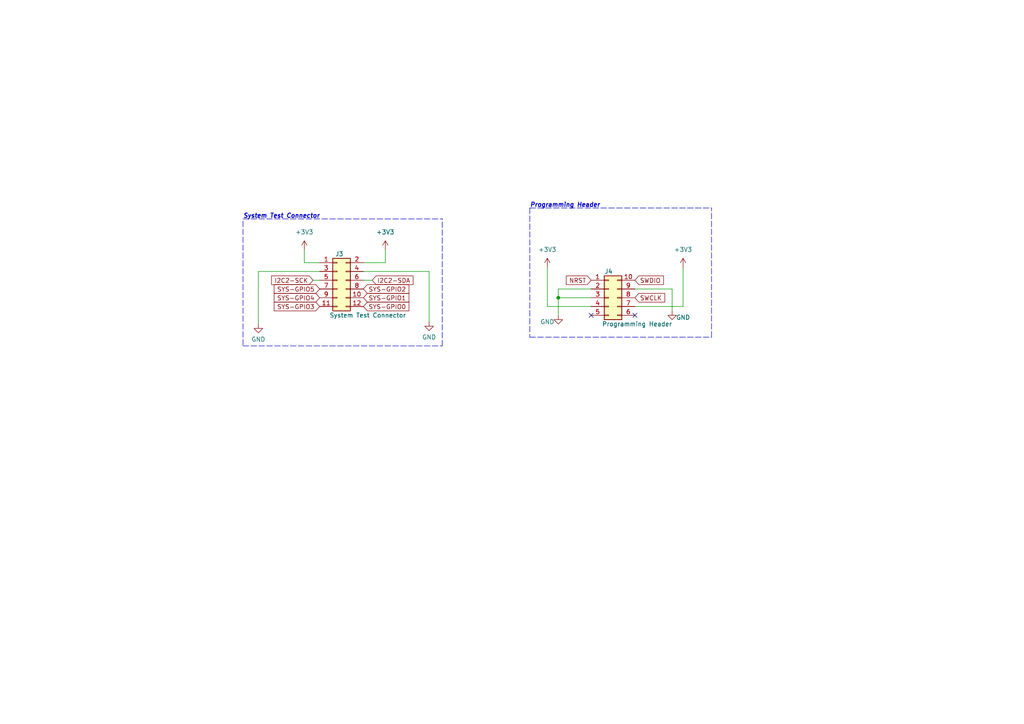
<source format=kicad_sch>
(kicad_sch (version 20211123) (generator eeschema)
  (paper "A4")
  (lib_symbols
    (symbol "Connector_Generic:Conn_02x05_Counter_Clockwise" (pin_names (offset 1.016) hide)
      (property "Reference" "J" (at 1.27 7.62 0))
      (property "Value" "Conn_02x05_Counter_Clockwise" (at 1.27 -7.62 0))
      (symbol "Conn_02x05_Counter_Clockwise_1_1"
        (rectangle (start -1.27 -4.953) (end 0 -5.207) (stroke (width 0.1524)))
        (rectangle (start -1.27 -2.413) (end 0 -2.667) (stroke (width 0.1524)))
        (rectangle (start -1.27 0.127) (end 0 -0.127) (stroke (width 0.1524)))
        (rectangle (start -1.27 2.667) (end 0 2.413) (stroke (width 0.1524)))
        (rectangle (start -1.27 5.207) (end 0 4.953) (stroke (width 0.1524)))
        (rectangle (start -1.27 6.35) (end 3.81 -6.35) (stroke (width 0.254)) (fill (type background)))
        (rectangle (start 3.81 -4.953) (end 2.54 -5.207) (stroke (width 0.1524)))
        (rectangle (start 3.81 -2.413) (end 2.54 -2.667) (stroke (width 0.1524)))
        (rectangle (start 3.81 0.127) (end 2.54 -0.127) (stroke (width 0.1524)))
        (rectangle (start 3.81 2.667) (end 2.54 2.413) (stroke (width 0.1524)))
        (rectangle (start 3.81 5.207) (end 2.54 4.953) (stroke (width 0.1524)))
        (pin passive line (at -5.08 5.08 0) (length 3.81) (name "Pin_1") (number "1"))
        (pin passive line (at 7.62 5.08 180) (length 3.81) (name "Pin_10") (number "10"))
        (pin passive line (at -5.08 2.54 0) (length 3.81) (name "Pin_2") (number "2"))
        (pin passive line (at -5.08 0 0) (length 3.81) (name "Pin_3") (number "3"))
        (pin passive line (at -5.08 -2.54 0) (length 3.81) (name "Pin_4") (number "4"))
        (pin passive line (at -5.08 -5.08 0) (length 3.81) (name "Pin_5") (number "5"))
        (pin passive line (at 7.62 -5.08 180) (length 3.81) (name "Pin_6") (number "6"))
        (pin passive line (at 7.62 -2.54 180) (length 3.81) (name "Pin_7") (number "7"))
        (pin passive line (at 7.62 0 180) (length 3.81) (name "Pin_8") (number "8"))
        (pin passive line (at 7.62 2.54 180) (length 3.81) (name "Pin_9") (number "9"))
      )
    )
    (symbol "Connector_Generic:Conn_02x06_Odd_Even" (pin_names (offset 1.016) hide)
      (property "Reference" "J" (at 1.27 7.62 0))
      (property "Value" "Conn_02x06_Odd_Even" (at 1.27 -10.16 0))
      (symbol "Conn_02x06_Odd_Even_1_1"
        (rectangle (start -1.27 -7.493) (end 0 -7.747) (stroke (width 0.1524)))
        (rectangle (start -1.27 -4.953) (end 0 -5.207) (stroke (width 0.1524)))
        (rectangle (start -1.27 -2.413) (end 0 -2.667) (stroke (width 0.1524)))
        (rectangle (start -1.27 0.127) (end 0 -0.127) (stroke (width 0.1524)))
        (rectangle (start -1.27 2.667) (end 0 2.413) (stroke (width 0.1524)))
        (rectangle (start -1.27 5.207) (end 0 4.953) (stroke (width 0.1524)))
        (rectangle (start -1.27 6.35) (end 3.81 -8.89) (stroke (width 0.254)) (fill (type background)))
        (rectangle (start 3.81 -7.493) (end 2.54 -7.747) (stroke (width 0.1524)))
        (rectangle (start 3.81 -4.953) (end 2.54 -5.207) (stroke (width 0.1524)))
        (rectangle (start 3.81 -2.413) (end 2.54 -2.667) (stroke (width 0.1524)))
        (rectangle (start 3.81 0.127) (end 2.54 -0.127) (stroke (width 0.1524)))
        (rectangle (start 3.81 2.667) (end 2.54 2.413) (stroke (width 0.1524)))
        (rectangle (start 3.81 5.207) (end 2.54 4.953) (stroke (width 0.1524)))
        (pin passive line (at -5.08 5.08 0) (length 3.81) (name "Pin_1") (number "1"))
        (pin passive line (at 7.62 -5.08 180) (length 3.81) (name "Pin_10") (number "10"))
        (pin passive line (at -5.08 -7.62 0) (length 3.81) (name "Pin_11") (number "11"))
        (pin passive line (at 7.62 -7.62 180) (length 3.81) (name "Pin_12") (number "12"))
        (pin passive line (at 7.62 5.08 180) (length 3.81) (name "Pin_2") (number "2"))
        (pin passive line (at -5.08 2.54 0) (length 3.81) (name "Pin_3") (number "3"))
        (pin passive line (at 7.62 2.54 180) (length 3.81) (name "Pin_4") (number "4"))
        (pin passive line (at -5.08 0 0) (length 3.81) (name "Pin_5") (number "5"))
        (pin passive line (at 7.62 0 180) (length 3.81) (name "Pin_6") (number "6"))
        (pin passive line (at -5.08 -2.54 0) (length 3.81) (name "Pin_7") (number "7"))
        (pin passive line (at 7.62 -2.54 180) (length 3.81) (name "Pin_8") (number "8"))
        (pin passive line (at -5.08 -5.08 0) (length 3.81) (name "Pin_9") (number "9"))
      )
    )
    (symbol "power:+3V3" (power) (pin_names (offset 0))
      (property "Value" "+3V3" (at 0 3.556 0))
      (symbol "+3V3_0_1"
        (polyline (pts (xy -0.762 1.27) (xy 0 2.54)))
        (polyline (pts (xy 0 0) (xy 0 2.54)))
        (polyline (pts (xy 0 2.54) (xy 0.762 1.27)))
      )
      (symbol "+3V3_1_1"
        (pin power_in line (at 0 0 90) (length 0) hide (name "+3V3") (number "1"))
      )
    )
    (symbol "power:GND" (power) (pin_names (offset 0))
      (property "Value" "GND" (at 0 -3.81 0))
      (symbol "GND_0_1"
        (polyline (pts (xy 0 0) (xy 0 -1.27) (xy 1.27 -1.27) (xy 0 -2.54) (xy -1.27 -1.27) (xy 0 -1.27)))
      )
      (symbol "GND_1_1"
        (pin power_in line (at 0 0 270) (length 0) hide (name "GND") (number "1"))
      )
    )
  )
  (junction (at 161.925 86.36))
  (no_connect (at 184.15 91.44))
  (no_connect (at 171.45 91.44))
  (wire (pts (xy 124.46 78.74) (xy 124.46 93.345)))
  (wire (pts (xy 74.93 78.74) (xy 74.93 93.98)))
  (polyline (pts (xy 128.27 100.33) (xy 128.27 63.5)))
  (wire (pts (xy 107.95 81.28) (xy 105.41 81.28)))
  (wire (pts (xy 105.41 78.74) (xy 124.46 78.74)))
  (wire (pts (xy 111.76 76.2) (xy 111.76 72.39)))
  (wire (pts (xy 105.41 76.2) (xy 111.76 76.2)))
  (wire (pts (xy 198.12 77.47) (xy 198.12 88.9)))
  (wire (pts (xy 184.15 83.82) (xy 194.945 83.82)))
  (wire (pts (xy 74.93 78.74) (xy 92.71 78.74)))
  (wire (pts (xy 88.265 76.2) (xy 92.71 76.2)))
  (wire (pts (xy 171.45 83.82) (xy 161.925 83.82)))
  (polyline (pts (xy 70.485 63.5) (xy 128.27 63.5)))
  (wire (pts (xy 88.265 72.39) (xy 88.265 76.2)))
  (polyline (pts (xy 153.67 60.325) (xy 153.67 97.79)))
  (polyline (pts (xy 153.67 97.79) (xy 206.375 97.79)))
  (wire (pts (xy 158.75 88.9) (xy 171.45 88.9)))
  (wire (pts (xy 161.925 86.36) (xy 171.45 86.36)))
  (wire (pts (xy 90.805 81.28) (xy 92.71 81.28)))
  (polyline (pts (xy 153.67 60.325) (xy 206.375 60.325)))
  (polyline (pts (xy 70.485 64.135) (xy 70.485 100.33)))
  (wire (pts (xy 158.75 77.47) (xy 158.75 88.9)))
  (polyline (pts (xy 206.375 97.79) (xy 206.375 60.325)))
  (wire (pts (xy 161.925 86.36) (xy 161.925 91.44)))
  (wire (pts (xy 194.945 83.82) (xy 194.945 90.17)))
  (wire (pts (xy 198.12 88.9) (xy 184.15 88.9)))
  (wire (pts (xy 161.925 83.82) (xy 161.925 86.36)))
  (polyline (pts (xy 70.485 100.33) (xy 128.27 100.33)))
  (text "Programming Header" (at 153.67 60.325 0) (effects (font (size 1.27 1.27) bold italic) (justify left bottom)))
  (text "System Test Connector" (at 70.485 63.5 0) (effects (font (size 1.27 1.27) bold italic) (justify left bottom)))
  (global_label "SYS-GPIO2" (shape input) (at 105.41 83.82 0) (property "Intersheet References" "${INTERSHEET_REFS}" (effects hide)))
  (global_label "I2C2-SCK" (shape input) (at 90.805 81.28 180) (property "Intersheet References" "${INTERSHEET_REFS}" (effects hide)))
  (global_label "I2C2-SDA" (shape input) (at 107.95 81.28 0) (property "Intersheet References" "${INTERSHEET_REFS}" (effects hide)))
  (global_label "SYS-GPIO0" (shape input) (at 105.41 88.9 0) (property "Intersheet References" "${INTERSHEET_REFS}" (effects hide)))
  (global_label "SYS-GPIO1" (shape input) (at 105.41 86.36 0) (property "Intersheet References" "${INTERSHEET_REFS}" (effects hide)))
  (global_label "SYS-GPIO4" (shape input) (at 92.71 86.36 180) (property "Intersheet References" "${INTERSHEET_REFS}" (effects hide)))
  (global_label "SYS-GPIO3" (shape input) (at 92.71 88.9 180) (property "Intersheet References" "${INTERSHEET_REFS}" (effects hide)))
  (global_label "SWCLK" (shape input) (at 184.15 86.36 0) (property "Intersheet References" "${INTERSHEET_REFS}" (effects hide)))
  (global_label "SYS-GPIO5" (shape input) (at 92.71 83.82 180) (property "Intersheet References" "${INTERSHEET_REFS}" (effects hide)))
  (global_label "NRST" (shape input) (at 171.45 81.28 180) (property "Intersheet References" "${INTERSHEET_REFS}" (effects hide)))
  (global_label "SWDIO" (shape input) (at 184.15 81.28 0) (property "Intersheet References" "${INTERSHEET_REFS}" (effects hide)))
  (symbol (lib_id "power:GND") (at 194.945 90.17 0) (unit 1)
    (property "Reference" "#PWR0114" (effects hide))
    (property "Value" "GND" (at 198.12 92.075 0))
  )
  (symbol (lib_id "Connector_Generic:Conn_02x05_Counter_Clockwise") (at 176.53 86.36 0) (unit 1)
    (property "Reference" "J4" (at 176.53 78.74 0))
    (property "Value" "Programming Header" (at 184.785 93.98 0))
    (property "Footprint" "Connector_PinSocket_2.54mm:PinSocket_2x05_P2.54mm_Horizontal" (effects hide))
  )
  (symbol (lib_id "power:+3V3") (at 88.265 72.39 0) (unit 1)
    (property "Reference" "#PWR0119" (effects hide))
    (property "Value" "+3V3" (at 88.265 67.31 0))
  )
  (symbol (lib_id "Connector_Generic:Conn_02x06_Odd_Even") (at 97.79 81.28 0) (unit 1)
    (property "Reference" "J3" (at 98.425 73.66 0))
    (property "Value" "System Test Connector" (at 106.68 91.44 0))
    (property "Footprint" "Connector_PinSocket_2.54mm:PinSocket_2x06_P2.54mm_Horizontal" (effects hide))
  )
  (symbol (lib_id "power:+3V3") (at 111.76 72.39 0) (unit 1)
    (property "Reference" "#PWR0120" (effects hide))
    (property "Value" "+3V3" (at 111.76 67.31 0))
  )
  (symbol (lib_id "power:GND") (at 124.46 93.345 0) (unit 1)
    (property "Reference" "#PWR0121" (effects hide))
    (property "Value" "GND" (at 124.46 97.79 0))
  )
  (symbol (lib_id "power:+3V3") (at 158.75 77.47 0) (unit 1)
    (property "Reference" "#PWR0116" (effects hide))
    (property "Value" "+3V3" (at 158.75 72.39 0))
  )
  (symbol (lib_id "power:+3V3") (at 198.12 77.47 0) (unit 1)
    (property "Reference" "#PWR0117" (effects hide))
    (property "Value" "+3V3" (at 198.12 72.39 0))
  )
  (symbol (lib_id "power:GND") (at 74.93 93.98 0) (unit 1)
    (property "Reference" "#PWR0118" (effects hide))
    (property "Value" "GND" (at 74.93 98.425 0))
  )
  (symbol (lib_id "power:GND") (at 161.925 91.44 0) (unit 1)
    (property "Reference" "#PWR0115" (effects hide))
    (property "Value" "GND" (at 158.75 93.345 0))
  )
)
</source>
